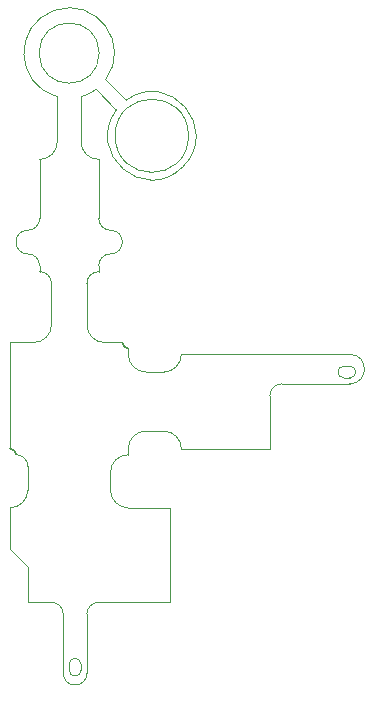
<source format=gbr>
G04 #@! TF.GenerationSoftware,KiCad,Pcbnew,(5.1.6)-1*
G04 #@! TF.CreationDate,2021-01-05T14:36:29-08:00*
G04 #@! TF.ProjectId,Miniscope-v4-Rigid-Flex,4d696e69-7363-46f7-9065-2d76342d5269,rev?*
G04 #@! TF.SameCoordinates,Original*
G04 #@! TF.FileFunction,Profile,NP*
%FSLAX46Y46*%
G04 Gerber Fmt 4.6, Leading zero omitted, Abs format (unit mm)*
G04 Created by KiCad (PCBNEW (5.1.6)-1) date 2021-01-05 14:36:29*
%MOMM*%
%LPD*%
G01*
G04 APERTURE LIST*
G04 #@! TA.AperFunction,Profile*
%ADD10C,0.050000*%
G04 #@! TD*
G04 #@! TA.AperFunction,Profile*
%ADD11C,0.203200*%
G04 #@! TD*
G04 APERTURE END LIST*
D10*
X106250000Y-130500000D02*
X112250000Y-130500000D01*
X103750000Y-135750000D02*
X103750000Y-136250000D01*
X104750000Y-135750000D02*
X104750000Y-136250000D01*
X104750000Y-136250000D02*
G75*
G02*
X103750000Y-136250000I-500000J0D01*
G01*
X103750000Y-135750000D02*
G75*
G02*
X104750000Y-135750000I500000J0D01*
G01*
X127500000Y-111500000D02*
X127000000Y-111500000D01*
X127000000Y-110500000D02*
X127500000Y-110500000D01*
X127000000Y-111500000D02*
G75*
G02*
X127000000Y-110500000I0J500000D01*
G01*
X127500000Y-110500000D02*
G75*
G02*
X127500000Y-111500000I0J-500000D01*
G01*
X127500000Y-109500000D02*
G75*
G02*
X127500000Y-112000000I0J-1250000D01*
G01*
X127500000Y-109500000D02*
X120750000Y-109500000D01*
X121750000Y-112000000D02*
X127500000Y-112000000D01*
X120750000Y-113000000D02*
G75*
G02*
X121750000Y-112000000I1000000J0D01*
G01*
X105250000Y-136500000D02*
G75*
G02*
X103250000Y-136500000I-1000000J0D01*
G01*
X103250000Y-131500000D02*
X103250000Y-136500000D01*
X105250000Y-131500000D02*
X105250000Y-136500000D01*
X105250000Y-131500000D02*
G75*
G02*
X106250000Y-130500000I1000000J0D01*
G01*
X102250000Y-130500000D02*
G75*
G02*
X103250000Y-131500000I0J-1000000D01*
G01*
X107250000Y-99000000D02*
G75*
G02*
X106250000Y-98000000I0J1000000D01*
G01*
X106250000Y-102000000D02*
G75*
G02*
X107250000Y-101000000I1000000J0D01*
G01*
X100250000Y-101000000D02*
G75*
G02*
X101250000Y-102000000I0J-1000000D01*
G01*
X101250000Y-98000000D02*
G75*
G02*
X100250000Y-99000000I-1000000J0D01*
G01*
X102750000Y-91500000D02*
G75*
G02*
X101250000Y-93000000I-1500000J0D01*
G01*
X106250000Y-93000000D02*
G75*
G02*
X104750000Y-91500000I0J1500000D01*
G01*
X113851612Y-91000000D02*
G75*
G03*
X113851612Y-91000000I-3101612J0D01*
G01*
X107749706Y-88800402D02*
G75*
G03*
X108550001Y-88000001I3000294J-2199598D01*
G01*
X104750000Y-91500000D02*
X104750000Y-87700000D01*
X106036471Y-87076043D02*
X107750001Y-88800001D01*
X106830029Y-86281098D02*
G75*
G03*
X102750001Y-87699999I-3080029J2281098D01*
G01*
X102750000Y-91500000D02*
X102750000Y-87700000D01*
X106036471Y-87076043D02*
G75*
G02*
X104749999Y-87699999I-2286471J3076043D01*
G01*
X106828076Y-86283734D02*
X108550000Y-88000000D01*
X106297600Y-84000000D02*
G75*
G03*
X106297600Y-84000000I-2547600J0D01*
G01*
X101250000Y-102000000D02*
X101250000Y-102500000D01*
X100250000Y-101000000D02*
G75*
G02*
X100250000Y-99000000I0J1000000D01*
G01*
X106250000Y-102000000D02*
X106250000Y-102500000D01*
X107250000Y-99000000D02*
G75*
G02*
X107250000Y-101000000I0J-1000000D01*
G01*
D11*
X98750000Y-117500000D02*
G75*
G02*
X99250000Y-118000000I0J-500000D01*
G01*
D10*
X99250000Y-118000000D02*
G75*
G02*
X100250000Y-119000000I0J-1000000D01*
G01*
D11*
X108750000Y-109000000D02*
G75*
G02*
X108250000Y-108500000I0J500000D01*
G01*
D10*
X105250000Y-103500000D02*
X105250000Y-107000000D01*
X120750000Y-109500000D02*
X113250000Y-109500000D01*
X120750000Y-117500000D02*
X120750000Y-113000000D01*
X113250000Y-109500000D02*
G75*
G02*
X111750000Y-111000000I-1500000J0D01*
G01*
X102250000Y-103500000D02*
X102250000Y-107000000D01*
X111750000Y-116000000D02*
G75*
G02*
X113250000Y-117500000I0J-1500000D01*
G01*
X98750000Y-122500000D02*
X98750000Y-126000000D01*
X98750000Y-126000000D02*
X100250000Y-127500000D01*
X108750000Y-122500000D02*
X112250000Y-122500000D01*
X100250000Y-121000000D02*
X100250000Y-119000000D01*
X108750000Y-122500000D02*
G75*
G02*
X107250000Y-121000000I0J1500000D01*
G01*
X107250000Y-119500000D02*
X107250000Y-121000000D01*
X112250000Y-122500000D02*
X112250000Y-130500000D01*
X100250000Y-130500000D02*
X100250000Y-127500000D01*
X110250000Y-111000000D02*
X111750000Y-111000000D01*
X100250000Y-121000000D02*
G75*
G02*
X98750000Y-122500000I-1500000J0D01*
G01*
X113250000Y-117500000D02*
X120750000Y-117500000D01*
X110250000Y-116000000D02*
X111750000Y-116000000D01*
X102250000Y-130500000D02*
X100250000Y-130500000D01*
X107250000Y-119500000D02*
G75*
G02*
X108750000Y-118000000I1500000J0D01*
G01*
X108250000Y-108500000D02*
X106750000Y-108500000D01*
X108750000Y-117500000D02*
X108750000Y-118000000D01*
X102250000Y-107000000D02*
G75*
G02*
X100750000Y-108500000I-1500000J0D01*
G01*
X106750000Y-108500000D02*
G75*
G02*
X105250000Y-107000000I0J1500000D01*
G01*
X98750000Y-117500000D02*
X98750000Y-108500000D01*
X108750000Y-117500000D02*
G75*
G02*
X110250000Y-116000000I1500000J0D01*
G01*
X108750000Y-109000000D02*
X108750000Y-109500000D01*
X100750000Y-108500000D02*
X98750000Y-108500000D01*
X110250000Y-111000000D02*
G75*
G02*
X108750000Y-109500000I0J1500000D01*
G01*
X101250000Y-102500000D02*
G75*
G02*
X102250000Y-103500000I0J-1000000D01*
G01*
X105250000Y-103500000D02*
G75*
G02*
X106250000Y-102500000I1000000J0D01*
G01*
X101250000Y-98000000D02*
X101250000Y-93000000D01*
X106250000Y-93000000D02*
X106250000Y-98000000D01*
M02*

</source>
